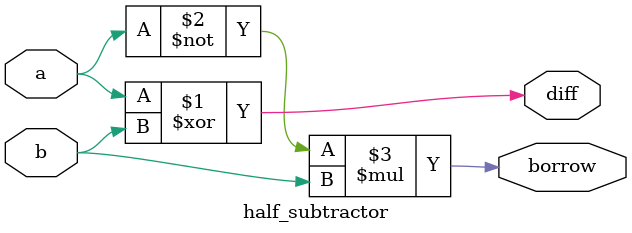
<source format=v>
module half_subtractor (
    a,b,diff,borrow,
);
  input a,b;
  output diff,borrow;

  assign diff = a ^ b;
  assign borrow = (~a) * b;  
endmodule
</source>
